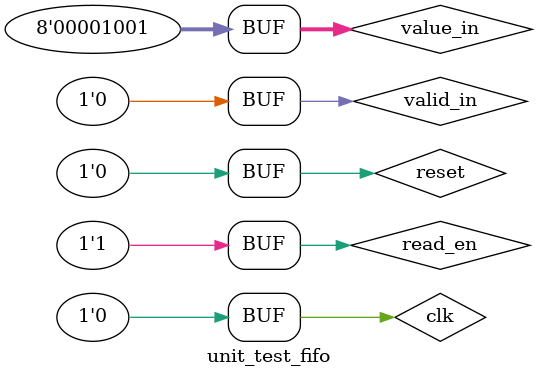
<source format=v>

`timescale 1 ns/10 ps  // time-unit = 1 ns, precision = 10 ps

module unit_test_fifo;

`include "parameters.v"

reg clk;
reg reset;
    // FIFO inputs interface
reg valid_in;
reg [7:0] value_in;
wire             full;
    // FIFO output interface
wire             empty;
wire [7:0] value;
reg             read_en;

fifo_fwft #(.DEPTH(8), .WIDTH(8)) fifo_uut(
  .clk(clk),
  .srst(reset),
  .din(value_in),
  .wr_en(valid_in),
  .rd_en(read_en),
  .dout(value),
  .full(full),
  .empty(empty)
);

always 
begin
    clk = 1'b1; 
    #5; // high for 20 * timescale = 20 ns

    clk = 1'b0;
    #5; // low for 20 * timescale = 20 ns
end

initial
begin
    reset = 1;
    valid_in = 0;
    value_in = 0;
    read_en = 0;
    #102;
    reset = 0;
    #20;
    value_in = 1;
    valid_in = 1;
    #10;
    valid_in = 0;
    read_en = 1;
    #10;
    read_en = 0;
    #20;
    value_in = 2;
    valid_in = 1;
    #10;
    read_en = 1;
    #10;
    value_in = 3;
    #10;
    value_in = 4;
    #10;
    value_in = 5;
    #10;
    valid_in = 0;
    #40;
    read_en = 0;
    #40;
    value_in = 6;
    valid_in = 1;
    #10;
    value_in = 7;
    #10;
    value_in = 8;
    #10;
    value_in = 9;
    #10;
    valid_in = 0;
    #40;
    read_en = 1;
    #100;
    
end

endmodule
</source>
